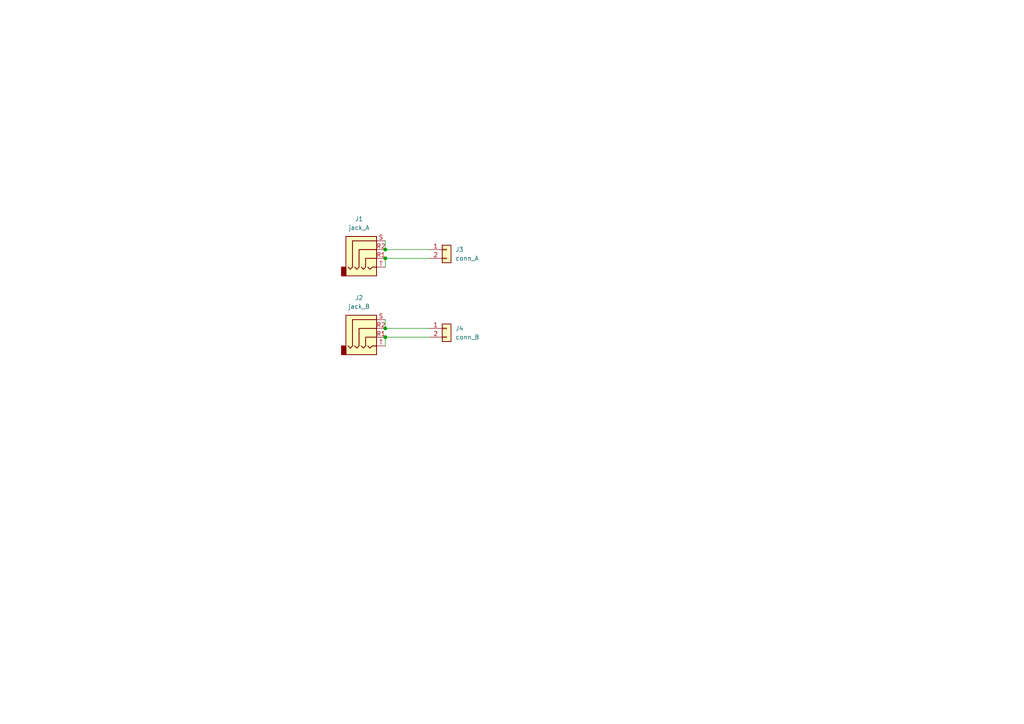
<source format=kicad_sch>
(kicad_sch (version 20250114) (generator "eeschema") (generator_version "9.0")
  (paper "A4")
  (lib_symbols
    (symbol "Connector_Audio:AudioJack4"
      (property "Reference" "J" (at 0 8.89 0))
      (property "Value" "AudioJack4" (at 0 6.35 0))
      (symbol "AudioJack4_0_1"
        (rectangle (start -6.35 -5.08) (end -7.62 -7.62) (stroke (width 0.254)) (fill (type outline)))
        (polyline (pts (xy -5.715 -5.08) (xy -5.08 -5.715) (xy -4.445 -5.08) (xy -4.445 2.54) (xy 2.54 2.54)) (stroke (width 0.254)))
        (polyline (pts (xy -1.905 -5.08) (xy -1.27 -5.715) (xy -0.635 -5.08) (xy -0.635 -2.54) (xy 2.54 -2.54)) (stroke (width 0.254)))
        (polyline (pts (xy 0 -5.08) (xy 0.635 -5.715) (xy 1.27 -5.08) (xy 2.54 -5.08)) (stroke (width 0.254)))
        (rectangle (start 2.54 3.81) (end -6.35 -7.62) (stroke (width 0.254)) (fill (type background)))
        (polyline (pts (xy 2.54 0) (xy -2.54 0) (xy -2.54 -5.08) (xy -3.175 -5.715) (xy -3.81 -5.08)) (stroke (width 0.254)))
      )
      (symbol "AudioJack4_1_1"
        (pin passive line (at 5.08 2.54 180) (length 2.54) (name "~") (number "S"))
        (pin passive line (at 5.08 0 180) (length 2.54) (name "~") (number "R2"))
        (pin passive line (at 5.08 -2.54 180) (length 2.54) (name "~") (number "R1"))
        (pin passive line (at 5.08 -5.08 180) (length 2.54) (name "~") (number "T"))
      )
    )
    (symbol "Connector_Generic:Conn_01x02" (pin_names (offset 1.016) (hide yes))
      (property "Reference" "J" (at 0 2.54 0))
      (property "Value" "Conn_01x02" (at 0 -5.08 0))
      (symbol "Conn_01x02_1_1"
        (rectangle (start -1.27 1.27) (end 1.27 -3.81) (stroke (width 0.254)) (fill (type background)))
        (rectangle (start -1.27 0.127) (end 0 -0.127) (stroke (width 0.1524)))
        (rectangle (start -1.27 -2.413) (end 0 -2.667) (stroke (width 0.1524)))
        (pin passive line (at -5.08 0 0) (length 3.81) (name "Pin_1") (number "1"))
        (pin passive line (at -5.08 -2.54 0) (length 3.81) (name "Pin_2") (number "2"))
      )
    )
  )
  (junction (at 111.76 72.39))
  (junction (at 111.76 97.79))
  (junction (at 111.76 95.25))
  (junction (at 111.76 74.93))
  (wire (pts (xy 111.76 72.39) (xy 124.46 72.39)))
  (wire (pts (xy 111.76 74.93) (xy 124.46 74.93)))
  (wire (pts (xy 111.76 97.79) (xy 111.76 100.33)))
  (wire (pts (xy 111.76 92.71) (xy 111.76 95.25)))
  (wire (pts (xy 111.76 74.93) (xy 111.76 77.47)))
  (wire (pts (xy 111.76 95.25) (xy 124.46 95.25)))
  (wire (pts (xy 111.76 69.85) (xy 111.76 72.39)))
  (wire (pts (xy 111.76 97.79) (xy 124.46 97.79)))
  (symbol (lib_id "Connector_Generic:Conn_01x02") (at 129.54 72.39 0) (unit 1)
    (property "Reference" "J3" (at 132.08 72.3899 0) (effects (justify left)))
    (property "Value" "conn_A" (at 132.08 74.9299 0) (effects (justify left)))
    (property "Footprint" "Connector_JST:JST_XH_B2B-XH-A_1x02_P2.50mm_Vertical" (effects (hide yes)))
    (property "Description" "Generic connector, single row, 01x02, script generated (kicad-library-utils/schlib/autogen/connector/)" (effects (hide yes)))
  )
  (symbol (lib_id "Connector_Generic:Conn_01x02") (at 129.54 95.25 0) (unit 1)
    (property "Reference" "J4" (at 132.08 95.2499 0) (effects (justify left)))
    (property "Value" "conn_B" (at 132.08 97.7899 0) (effects (justify left)))
    (property "Footprint" "Connector_JST:JST_XH_B2B-XH-A_1x02_P2.50mm_Vertical" (effects (hide yes)))
    (property "Description" "Generic connector, single row, 01x02, script generated (kicad-library-utils/schlib/autogen/connector/)" (effects (hide yes)))
  )
  (symbol (lib_id "Connector_Audio:AudioJack4") (at 106.68 95.25 0) (unit 1)
    (property "Reference" "J2" (at 104.14 86.36 0))
    (property "Value" "jack_B" (at 104.14 88.9 0))
    (property "Footprint" "nasa:Jack_3.5mm_PJ320D_Horizontal" (effects (hide yes)))
    (property "Description" "Audio Jack, 4 Poles (TRRS)" (effects (hide yes)))
  )
  (symbol (lib_id "Connector_Audio:AudioJack4") (at 106.68 72.39 0) (unit 1)
    (property "Reference" "J1" (at 104.14 63.5 0))
    (property "Value" "jack_A" (at 104.14 66.04 0))
    (property "Footprint" "nasa:Jack_3.5mm_PJ320D_Horizontal" (effects (hide yes)))
    (property "Description" "Audio Jack, 4 Poles (TRRS)" (effects (hide yes)))
  )
)
</source>
